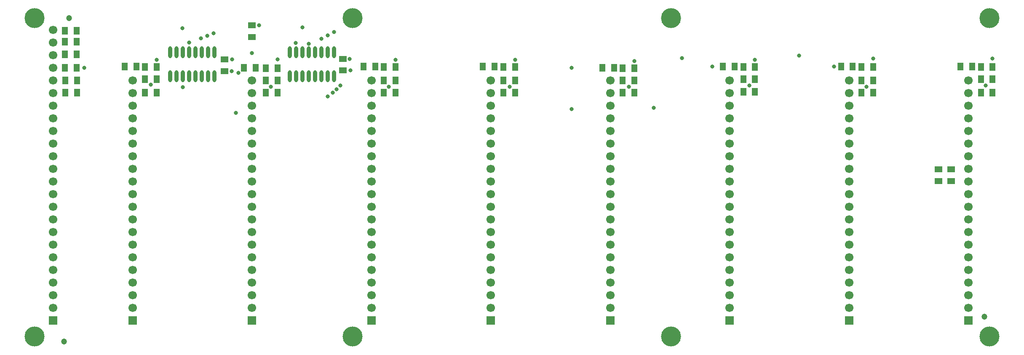
<source format=gts>
%FSLAX42Y42*%
%MOMM*%
G71*
G01*
G75*
G04 Layer_Color=8388736*
%ADD10C,1.00*%
%ADD11R,1.05X1.30*%
%ADD12R,1.30X1.05*%
%ADD13O,0.60X2.20*%
%ADD14C,0.25*%
%ADD15R,1.50X1.50*%
%ADD16C,1.50*%
%ADD17C,3.81*%
%ADD18C,0.61*%
%ADD19C,0.76*%
%ADD20C,0.25*%
%ADD21C,0.20*%
%ADD22C,0.20*%
%ADD23C,0.15*%
%ADD24C,1.20*%
%ADD25R,1.25X1.50*%
%ADD26R,1.50X1.25*%
%ADD27O,0.80X2.40*%
%ADD28R,1.70X1.70*%
%ADD29C,1.70*%
%ADD30C,4.01*%
%ADD31C,0.81*%
D24*
X19600Y900D02*
D03*
X1100Y400D02*
D03*
X1200Y6900D02*
D03*
D25*
X10160Y5400D02*
D03*
X9925D02*
D03*
X7525Y5649D02*
D03*
X7760D02*
D03*
X1350Y5901D02*
D03*
X1115D02*
D03*
X1350Y6176D02*
D03*
X1115D02*
D03*
X1350Y6426D02*
D03*
X1115D02*
D03*
X1350Y6651D02*
D03*
X1115D02*
D03*
X7760Y5400D02*
D03*
X7525D02*
D03*
X4715Y5900D02*
D03*
X4950D02*
D03*
X7115Y5925D02*
D03*
X7350D02*
D03*
X9515D02*
D03*
X9750D02*
D03*
X11915Y5900D02*
D03*
X12150D02*
D03*
X14340Y5925D02*
D03*
X14575D02*
D03*
X16715Y5925D02*
D03*
X16950D02*
D03*
X19115Y5925D02*
D03*
X19350D02*
D03*
X1360Y5400D02*
D03*
X1125D02*
D03*
X2960D02*
D03*
X2725D02*
D03*
X2315Y5925D02*
D03*
X2550D02*
D03*
X2725Y5924D02*
D03*
X2960D02*
D03*
X5150Y5899D02*
D03*
X5385D02*
D03*
X14750Y5674D02*
D03*
X14985D02*
D03*
X9925Y5924D02*
D03*
X10160D02*
D03*
X12325Y5899D02*
D03*
X12560D02*
D03*
X14750Y5924D02*
D03*
X14985D02*
D03*
X17125D02*
D03*
X17360D02*
D03*
X19525D02*
D03*
X19760D02*
D03*
X1125Y5649D02*
D03*
X1360D02*
D03*
X7525Y5924D02*
D03*
X7760D02*
D03*
X5150Y5649D02*
D03*
X5385D02*
D03*
X2725Y5674D02*
D03*
X2960D02*
D03*
X5385Y5400D02*
D03*
X5150D02*
D03*
X9925Y5649D02*
D03*
X10160D02*
D03*
X19525Y5674D02*
D03*
X19760D02*
D03*
X19760Y5400D02*
D03*
X19525D02*
D03*
X17125Y5649D02*
D03*
X17360D02*
D03*
X17360Y5400D02*
D03*
X17125D02*
D03*
X14985Y5425D02*
D03*
X14750D02*
D03*
X12325Y5649D02*
D03*
X12560D02*
D03*
X12560Y5400D02*
D03*
X12325D02*
D03*
D26*
X4324Y5840D02*
D03*
Y6075D02*
D03*
X18676Y3625D02*
D03*
Y3860D02*
D03*
X6701Y6085D02*
D03*
Y5850D02*
D03*
X4876Y6525D02*
D03*
Y6760D02*
D03*
X18926Y3625D02*
D03*
Y3860D02*
D03*
D27*
X4120Y6215D02*
D03*
X3993D02*
D03*
X3866D02*
D03*
X3739D02*
D03*
X3612D02*
D03*
X3485D02*
D03*
X3358D02*
D03*
X3231D02*
D03*
X4120Y5735D02*
D03*
X3993D02*
D03*
X3866D02*
D03*
X3739D02*
D03*
X3612D02*
D03*
X3485D02*
D03*
X3358D02*
D03*
X3231D02*
D03*
X5631D02*
D03*
X5758D02*
D03*
X5885D02*
D03*
X6012D02*
D03*
X6139D02*
D03*
X6266D02*
D03*
X6393D02*
D03*
X6520D02*
D03*
X5631Y6215D02*
D03*
X5758D02*
D03*
X5885D02*
D03*
X6012D02*
D03*
X6139D02*
D03*
X6266D02*
D03*
X6393D02*
D03*
X6520D02*
D03*
D28*
X19275Y825D02*
D03*
X2475D02*
D03*
X4875D02*
D03*
X7275D02*
D03*
X9675D02*
D03*
X12075D02*
D03*
X14475D02*
D03*
X16875D02*
D03*
X875D02*
D03*
D29*
X19275Y1079D02*
D03*
Y1333D02*
D03*
Y1587D02*
D03*
Y1841D02*
D03*
Y2095D02*
D03*
Y2349D02*
D03*
Y2603D02*
D03*
Y2857D02*
D03*
Y3111D02*
D03*
Y3365D02*
D03*
Y3619D02*
D03*
Y3873D02*
D03*
Y4127D02*
D03*
Y4381D02*
D03*
Y4635D02*
D03*
Y4889D02*
D03*
Y5143D02*
D03*
Y5397D02*
D03*
Y5651D02*
D03*
X2475Y1079D02*
D03*
Y1333D02*
D03*
Y1587D02*
D03*
Y1841D02*
D03*
Y2095D02*
D03*
Y2349D02*
D03*
Y2603D02*
D03*
Y2857D02*
D03*
Y3111D02*
D03*
Y3365D02*
D03*
Y3619D02*
D03*
Y3873D02*
D03*
Y4127D02*
D03*
Y4381D02*
D03*
Y4635D02*
D03*
Y4889D02*
D03*
Y5143D02*
D03*
Y5397D02*
D03*
Y5651D02*
D03*
X4875Y1079D02*
D03*
Y1333D02*
D03*
Y1587D02*
D03*
Y1841D02*
D03*
Y2095D02*
D03*
Y2349D02*
D03*
Y2603D02*
D03*
Y2857D02*
D03*
Y3111D02*
D03*
Y3365D02*
D03*
Y3619D02*
D03*
Y3873D02*
D03*
Y4127D02*
D03*
Y4381D02*
D03*
Y4635D02*
D03*
Y4889D02*
D03*
Y5143D02*
D03*
Y5397D02*
D03*
Y5651D02*
D03*
X7275Y1079D02*
D03*
Y1333D02*
D03*
Y1587D02*
D03*
Y1841D02*
D03*
Y2095D02*
D03*
Y2349D02*
D03*
Y2603D02*
D03*
Y2857D02*
D03*
Y3111D02*
D03*
Y3365D02*
D03*
Y3619D02*
D03*
Y3873D02*
D03*
Y4127D02*
D03*
Y4381D02*
D03*
Y4635D02*
D03*
Y4889D02*
D03*
Y5143D02*
D03*
Y5397D02*
D03*
Y5651D02*
D03*
X9675Y1079D02*
D03*
Y1333D02*
D03*
Y1587D02*
D03*
Y1841D02*
D03*
Y2095D02*
D03*
Y2349D02*
D03*
Y2603D02*
D03*
Y2857D02*
D03*
Y3111D02*
D03*
Y3365D02*
D03*
Y3619D02*
D03*
Y3873D02*
D03*
Y4127D02*
D03*
Y4381D02*
D03*
Y4635D02*
D03*
Y4889D02*
D03*
Y5143D02*
D03*
Y5397D02*
D03*
Y5651D02*
D03*
X12075Y1079D02*
D03*
Y1333D02*
D03*
Y1587D02*
D03*
Y1841D02*
D03*
Y2095D02*
D03*
Y2349D02*
D03*
Y2603D02*
D03*
Y2857D02*
D03*
Y3111D02*
D03*
Y3365D02*
D03*
Y3619D02*
D03*
Y3873D02*
D03*
Y4127D02*
D03*
Y4381D02*
D03*
Y4635D02*
D03*
Y4889D02*
D03*
Y5143D02*
D03*
Y5397D02*
D03*
Y5651D02*
D03*
X14475Y1079D02*
D03*
Y1333D02*
D03*
Y1587D02*
D03*
Y1841D02*
D03*
Y2095D02*
D03*
Y2349D02*
D03*
Y2603D02*
D03*
Y2857D02*
D03*
Y3111D02*
D03*
Y3365D02*
D03*
Y3619D02*
D03*
Y3873D02*
D03*
Y4127D02*
D03*
Y4381D02*
D03*
Y4635D02*
D03*
Y4889D02*
D03*
Y5143D02*
D03*
Y5397D02*
D03*
Y5651D02*
D03*
X16875Y1079D02*
D03*
Y1333D02*
D03*
Y1587D02*
D03*
Y1841D02*
D03*
Y2095D02*
D03*
Y2349D02*
D03*
Y2603D02*
D03*
Y2857D02*
D03*
Y3111D02*
D03*
Y3365D02*
D03*
Y3619D02*
D03*
Y3873D02*
D03*
Y4127D02*
D03*
Y4381D02*
D03*
Y4635D02*
D03*
Y4889D02*
D03*
Y5143D02*
D03*
Y5397D02*
D03*
Y5651D02*
D03*
X875Y6667D02*
D03*
Y6413D02*
D03*
Y6159D02*
D03*
Y5905D02*
D03*
Y5651D02*
D03*
Y5397D02*
D03*
Y5143D02*
D03*
Y4889D02*
D03*
Y4635D02*
D03*
Y4381D02*
D03*
Y4127D02*
D03*
Y3873D02*
D03*
Y3619D02*
D03*
Y3365D02*
D03*
Y3111D02*
D03*
Y2857D02*
D03*
Y2603D02*
D03*
Y2349D02*
D03*
Y2095D02*
D03*
Y1841D02*
D03*
Y1587D02*
D03*
Y1333D02*
D03*
Y1079D02*
D03*
D30*
X500Y6900D02*
D03*
X6900D02*
D03*
X13300D02*
D03*
X19700D02*
D03*
Y500D02*
D03*
X13300D02*
D03*
X6900D02*
D03*
X500D02*
D03*
D31*
X6400Y5325D02*
D03*
X3485Y5510D02*
D03*
X4475Y6075D02*
D03*
X4602Y5802D02*
D03*
X11300Y5900D02*
D03*
Y5075D02*
D03*
X14125Y5925D02*
D03*
X12950Y5100D02*
D03*
X4550Y5000D02*
D03*
X16575Y5925D02*
D03*
X6850Y5850D02*
D03*
X5750Y6400D02*
D03*
X4875Y6200D02*
D03*
X3850Y6500D02*
D03*
X3975Y6550D02*
D03*
X6012Y6389D02*
D03*
X3612Y6414D02*
D03*
X5885Y6716D02*
D03*
X6393Y6558D02*
D03*
X6525Y6625D02*
D03*
X6266Y6491D02*
D03*
X3475Y6700D02*
D03*
X4100Y6600D02*
D03*
X6840Y6085D02*
D03*
X2960Y6065D02*
D03*
X5015Y6760D02*
D03*
X5385Y6075D02*
D03*
X10160Y6065D02*
D03*
X12560Y6035D02*
D03*
X14985Y6065D02*
D03*
X17360Y6090D02*
D03*
X19760D02*
D03*
X1499Y5901D02*
D03*
X15868Y6150D02*
D03*
X13518Y6100D02*
D03*
X4465Y5840D02*
D03*
X6575Y5475D02*
D03*
X6650Y5550D02*
D03*
X6500Y5400D02*
D03*
X7760Y6065D02*
D03*
X5250Y5525D02*
D03*
X7625D02*
D03*
X10050D02*
D03*
X12450D02*
D03*
X14875Y5550D02*
D03*
X17225Y5525D02*
D03*
X19625Y5550D02*
D03*
X2838Y5563D02*
D03*
M02*

</source>
